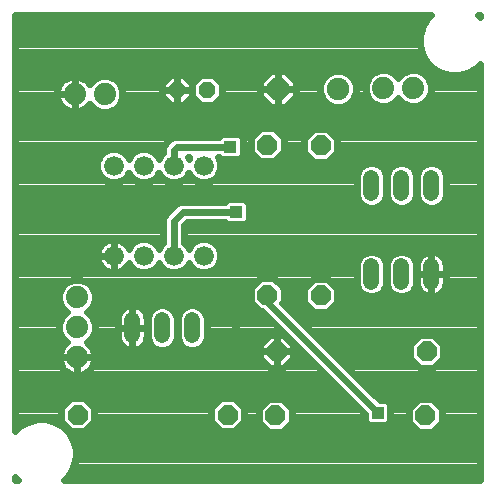
<source format=gtl>
G75*
%MOIN*%
%OFA0B0*%
%FSLAX24Y24*%
%IPPOS*%
%LPD*%
%AMOC8*
5,1,8,0,0,1.08239X$1,22.5*
%
%ADD10C,0.0740*%
%ADD11OC8,0.0660*%
%ADD12C,0.0750*%
%ADD13OC8,0.0750*%
%ADD14OC8,0.0560*%
%ADD15C,0.0660*%
%ADD16C,0.0520*%
%ADD17C,0.0240*%
%ADD18C,0.0396*%
%ADD19R,0.0396X0.0396*%
D10*
X003145Y005015D03*
X003145Y006015D03*
X003145Y007015D03*
X003066Y013791D03*
X004066Y013791D03*
X013361Y013988D03*
X014361Y013988D03*
D11*
X011267Y012082D03*
X009487Y012098D03*
X009487Y007098D03*
X011267Y007082D03*
X009798Y005216D03*
X009759Y003090D03*
X008168Y003106D03*
X003168Y003106D03*
X014759Y003090D03*
X014798Y005216D03*
D12*
X011845Y013964D03*
D13*
X009845Y013964D03*
D14*
X007483Y013917D03*
X006483Y013917D03*
D15*
X006369Y011397D03*
X005369Y011397D03*
X004369Y011397D03*
X004369Y008397D03*
X005369Y008397D03*
X006369Y008397D03*
X007369Y008397D03*
X007369Y011397D03*
D16*
X006987Y006263D02*
X006987Y005743D01*
X005987Y005743D02*
X005987Y006263D01*
X004987Y006263D02*
X004987Y005743D01*
X012960Y007531D02*
X012960Y008051D01*
X013960Y008051D02*
X013960Y007531D01*
X014960Y007531D02*
X014960Y008051D01*
X014960Y010484D02*
X014960Y011004D01*
X013960Y011004D02*
X013960Y010484D01*
X012960Y010484D02*
X012960Y011004D01*
D17*
X001183Y000937D02*
X001094Y000937D01*
X001094Y001027D01*
X001183Y000937D01*
X002720Y000937D02*
X002872Y001089D01*
X003023Y001351D01*
X003102Y001643D01*
X003102Y001946D01*
X003023Y002239D01*
X002872Y002501D01*
X002658Y002715D01*
X002396Y002866D01*
X002103Y002945D01*
X001800Y002945D01*
X001508Y002866D01*
X001246Y002715D01*
X001094Y002563D01*
X001094Y016432D01*
X014963Y016432D01*
X014811Y016280D01*
X014660Y016018D01*
X014581Y015726D01*
X014581Y015423D01*
X014660Y015130D01*
X014811Y014868D01*
X015025Y014654D01*
X015287Y014503D01*
X015580Y014424D01*
X015883Y014424D01*
X016175Y014503D01*
X016437Y014654D01*
X016589Y014806D01*
X016589Y000937D01*
X002720Y000937D01*
X002897Y001132D02*
X016589Y001132D01*
X016589Y001371D02*
X003029Y001371D01*
X003092Y001609D02*
X016589Y001609D01*
X016589Y001848D02*
X003102Y001848D01*
X003064Y002086D02*
X016589Y002086D01*
X016589Y002325D02*
X002973Y002325D01*
X002940Y002556D02*
X003396Y002556D01*
X003718Y002878D01*
X003718Y003334D01*
X003396Y003656D01*
X002940Y003656D01*
X002618Y003334D01*
X002618Y002878D01*
X002940Y002556D01*
X002933Y002563D02*
X002809Y002563D01*
X002694Y002802D02*
X002507Y002802D01*
X002618Y003040D02*
X001094Y003040D01*
X001094Y002802D02*
X001396Y002802D01*
X001094Y002563D02*
X001094Y002563D01*
X001094Y003279D02*
X002618Y003279D01*
X002802Y003517D02*
X001094Y003517D01*
X001094Y003756D02*
X012108Y003756D01*
X012347Y003517D02*
X010109Y003517D01*
X009987Y003640D02*
X010309Y003318D01*
X010309Y002862D01*
X009987Y002540D01*
X009531Y002540D01*
X009209Y002862D01*
X009209Y003318D01*
X009531Y003640D01*
X009987Y003640D01*
X010309Y003279D02*
X012585Y003279D01*
X012754Y003110D02*
X012754Y002884D01*
X012883Y002755D01*
X013461Y002755D01*
X013590Y002884D01*
X013590Y003462D01*
X013461Y003591D01*
X013235Y003591D01*
X009996Y006829D01*
X010037Y006870D01*
X010037Y007326D01*
X009715Y007648D01*
X009259Y007648D01*
X008937Y007326D01*
X008937Y006870D01*
X009259Y006548D01*
X009316Y006548D01*
X012754Y003110D01*
X012754Y003040D02*
X010309Y003040D01*
X010248Y002802D02*
X012836Y002802D01*
X013172Y003173D02*
X009487Y006858D01*
X009487Y007098D01*
X009189Y006618D02*
X007312Y006618D01*
X007259Y006670D02*
X007394Y006535D01*
X007467Y006359D01*
X007467Y005648D01*
X007394Y005472D01*
X007259Y005337D01*
X007083Y005263D01*
X006892Y005263D01*
X006715Y005337D01*
X006580Y005472D01*
X006507Y005648D01*
X006507Y006359D01*
X006580Y006535D01*
X006715Y006670D01*
X006892Y006743D01*
X007083Y006743D01*
X007259Y006670D01*
X007459Y006379D02*
X009485Y006379D01*
X009723Y006141D02*
X007467Y006141D01*
X007467Y005902D02*
X009962Y005902D01*
X010026Y005766D02*
X009798Y005766D01*
X009570Y005766D01*
X009248Y005444D01*
X009248Y005216D01*
X009248Y004988D01*
X009570Y004666D01*
X009798Y004666D01*
X009798Y005216D01*
X009248Y005216D01*
X009798Y005216D01*
X009798Y005216D01*
X009798Y005216D01*
X009798Y004666D01*
X010026Y004666D01*
X010348Y004988D01*
X010348Y005216D01*
X009798Y005216D01*
X009798Y005766D01*
X009798Y005216D01*
X009798Y005216D01*
X009798Y005216D01*
X010348Y005216D01*
X010348Y005444D01*
X010026Y005766D01*
X010128Y005664D02*
X010200Y005664D01*
X010348Y005425D02*
X010439Y005425D01*
X010348Y005187D02*
X010677Y005187D01*
X010916Y004948D02*
X010308Y004948D01*
X010070Y004710D02*
X011154Y004710D01*
X011393Y004471D02*
X003377Y004471D01*
X003371Y004469D02*
X003454Y004511D01*
X003529Y004565D01*
X003595Y004631D01*
X003649Y004706D01*
X003691Y004789D01*
X003720Y004877D01*
X003735Y004969D01*
X003735Y005015D01*
X003145Y005015D01*
X003145Y005015D01*
X003145Y004425D01*
X003191Y004425D01*
X003283Y004440D01*
X003371Y004469D01*
X003145Y004471D02*
X003145Y004471D01*
X003145Y004425D02*
X003145Y005015D01*
X003145Y005015D01*
X003735Y005015D01*
X003735Y005062D01*
X003720Y005153D01*
X003691Y005242D01*
X003649Y005325D01*
X003595Y005400D01*
X003529Y005465D01*
X003467Y005510D01*
X003479Y005515D01*
X003645Y005681D01*
X003735Y005898D01*
X003735Y006133D01*
X003645Y006349D01*
X003479Y006515D01*
X003645Y006681D01*
X003735Y006898D01*
X003735Y007133D01*
X003645Y007349D01*
X003479Y007515D01*
X003262Y007605D01*
X003027Y007605D01*
X002810Y007515D01*
X002644Y007349D01*
X002555Y007133D01*
X002555Y006898D01*
X002644Y006681D01*
X002810Y006515D01*
X002644Y006349D01*
X002555Y006133D01*
X002555Y005898D01*
X002644Y005681D01*
X002810Y005515D01*
X002822Y005510D01*
X002760Y005465D01*
X002695Y005400D01*
X002640Y005325D01*
X002598Y005242D01*
X002569Y005153D01*
X002555Y005062D01*
X002555Y005015D01*
X002555Y004969D01*
X002569Y004877D01*
X002598Y004789D01*
X002640Y004706D01*
X002695Y004631D01*
X002760Y004565D01*
X002835Y004511D01*
X002918Y004469D01*
X003006Y004440D01*
X003098Y004425D01*
X003145Y004425D01*
X002912Y004471D02*
X001094Y004471D01*
X001094Y004233D02*
X011631Y004233D01*
X011870Y003994D02*
X001094Y003994D01*
X001094Y004710D02*
X002638Y004710D01*
X002558Y004948D02*
X001094Y004948D01*
X001094Y005187D02*
X002580Y005187D01*
X002555Y005015D02*
X003145Y005015D01*
X002555Y005015D01*
X002720Y005425D02*
X001094Y005425D01*
X001094Y005664D02*
X002662Y005664D01*
X002555Y005902D02*
X001094Y005902D01*
X001094Y006141D02*
X002558Y006141D01*
X002674Y006379D02*
X001094Y006379D01*
X001094Y006618D02*
X002708Y006618D01*
X002572Y006856D02*
X001094Y006856D01*
X001094Y007095D02*
X002555Y007095D01*
X002638Y007333D02*
X001094Y007333D01*
X001094Y007572D02*
X002947Y007572D01*
X003343Y007572D02*
X009183Y007572D01*
X008945Y007333D02*
X003651Y007333D01*
X003735Y007095D02*
X008937Y007095D01*
X008951Y006856D02*
X003717Y006856D01*
X003582Y006618D02*
X004663Y006618D01*
X004674Y006630D02*
X004621Y006576D01*
X004577Y006515D01*
X004542Y006448D01*
X004519Y006376D01*
X004507Y006301D01*
X004507Y006003D01*
X004507Y005706D01*
X004519Y005631D01*
X004542Y005559D01*
X004577Y005492D01*
X004621Y005431D01*
X004674Y005377D01*
X004736Y005333D01*
X004803Y005299D01*
X004875Y005275D01*
X004949Y005263D01*
X004987Y005263D01*
X004987Y006003D01*
X004987Y006003D01*
X004987Y005263D01*
X005025Y005263D01*
X005099Y005275D01*
X005171Y005299D01*
X005239Y005333D01*
X005300Y005377D01*
X005353Y005431D01*
X005398Y005492D01*
X005432Y005559D01*
X005455Y005631D01*
X005467Y005706D01*
X005467Y006003D01*
X004987Y006003D01*
X004507Y006003D01*
X004987Y006003D01*
X004987Y006003D01*
X004987Y006003D01*
X005467Y006003D01*
X005467Y006301D01*
X005455Y006376D01*
X005432Y006448D01*
X005398Y006515D01*
X005353Y006576D01*
X005300Y006630D01*
X005239Y006674D01*
X005171Y006708D01*
X005099Y006732D01*
X005025Y006743D01*
X004987Y006743D01*
X004949Y006743D01*
X004875Y006732D01*
X004803Y006708D01*
X004736Y006674D01*
X004674Y006630D01*
X004520Y006379D02*
X003615Y006379D01*
X003731Y006141D02*
X004507Y006141D01*
X004507Y005902D02*
X003735Y005902D01*
X003628Y005664D02*
X004514Y005664D01*
X004626Y005425D02*
X003569Y005425D01*
X003709Y005187D02*
X009248Y005187D01*
X009288Y004948D02*
X003731Y004948D01*
X003651Y004710D02*
X009527Y004710D01*
X009798Y004710D02*
X009798Y004710D01*
X009798Y004948D02*
X009798Y004948D01*
X009798Y005187D02*
X009798Y005187D01*
X009798Y005425D02*
X009798Y005425D01*
X009798Y005664D02*
X009798Y005664D01*
X009468Y005664D02*
X007467Y005664D01*
X007348Y005425D02*
X009248Y005425D01*
X010446Y006379D02*
X016589Y006379D01*
X016589Y006141D02*
X010685Y006141D01*
X010923Y005902D02*
X016589Y005902D01*
X016589Y005664D02*
X015128Y005664D01*
X015026Y005766D02*
X014570Y005766D01*
X014248Y005444D01*
X014248Y004988D01*
X014570Y004666D01*
X015026Y004666D01*
X015348Y004988D01*
X015348Y005444D01*
X015026Y005766D01*
X015348Y005425D02*
X016589Y005425D01*
X016589Y005187D02*
X015348Y005187D01*
X015308Y004948D02*
X016589Y004948D01*
X016589Y004710D02*
X015070Y004710D01*
X014527Y004710D02*
X012116Y004710D01*
X011877Y004948D02*
X014288Y004948D01*
X014248Y005187D02*
X011639Y005187D01*
X011400Y005425D02*
X014248Y005425D01*
X014468Y005664D02*
X011162Y005664D01*
X011039Y006532D02*
X011494Y006532D01*
X011817Y006854D01*
X011817Y007310D01*
X011494Y007632D01*
X011039Y007632D01*
X010717Y007310D01*
X010717Y006854D01*
X011039Y006532D01*
X010953Y006618D02*
X010208Y006618D01*
X010023Y006856D02*
X010717Y006856D01*
X010717Y007095D02*
X010037Y007095D01*
X010029Y007333D02*
X010740Y007333D01*
X010978Y007572D02*
X009791Y007572D01*
X011555Y007572D02*
X012480Y007572D01*
X012480Y007435D02*
X012553Y007259D01*
X012688Y007124D01*
X012864Y007051D01*
X013055Y007051D01*
X013231Y007124D01*
X013366Y007259D01*
X013440Y007435D01*
X013440Y008146D01*
X013366Y008323D01*
X013231Y008458D01*
X013055Y008531D01*
X012864Y008531D01*
X012688Y008458D01*
X012553Y008323D01*
X012480Y008146D01*
X012480Y007435D01*
X012522Y007333D02*
X011793Y007333D01*
X011817Y007095D02*
X012758Y007095D01*
X013161Y007095D02*
X013758Y007095D01*
X013688Y007124D02*
X013553Y007259D01*
X013480Y007435D01*
X013480Y008146D01*
X013553Y008323D01*
X013688Y008458D01*
X013864Y008531D01*
X014055Y008531D01*
X014231Y008458D01*
X014366Y008323D01*
X014440Y008146D01*
X014440Y007435D01*
X014366Y007259D01*
X014231Y007124D01*
X014055Y007051D01*
X013864Y007051D01*
X013688Y007124D01*
X013522Y007333D02*
X013397Y007333D01*
X013440Y007572D02*
X013480Y007572D01*
X013480Y007810D02*
X013440Y007810D01*
X013440Y008049D02*
X013480Y008049D01*
X013538Y008287D02*
X013381Y008287D01*
X013067Y008526D02*
X013852Y008526D01*
X014067Y008526D02*
X014890Y008526D01*
X014922Y008531D02*
X014847Y008519D01*
X014775Y008496D01*
X014708Y008461D01*
X014647Y008417D01*
X014593Y008364D01*
X014549Y008302D01*
X014515Y008235D01*
X014491Y008163D01*
X014480Y008089D01*
X014480Y007791D01*
X014960Y007791D01*
X015440Y007791D01*
X015440Y008089D01*
X015428Y008163D01*
X015404Y008235D01*
X015370Y008302D01*
X015326Y008364D01*
X015272Y008417D01*
X015211Y008461D01*
X015144Y008496D01*
X015072Y008519D01*
X014997Y008531D01*
X014960Y008531D01*
X014960Y007791D01*
X014960Y007791D01*
X015440Y007791D01*
X015440Y007493D01*
X015428Y007418D01*
X015404Y007347D01*
X015370Y007279D01*
X015326Y007218D01*
X015272Y007165D01*
X015211Y007120D01*
X015144Y007086D01*
X015072Y007063D01*
X014997Y007051D01*
X014960Y007051D01*
X014960Y007791D01*
X014960Y007791D01*
X014960Y007791D01*
X014960Y008531D01*
X014922Y008531D01*
X014960Y008526D02*
X014960Y008526D01*
X015029Y008526D02*
X016589Y008526D01*
X016589Y008764D02*
X007780Y008764D01*
X007835Y008709D02*
X007681Y008863D01*
X007478Y008947D01*
X007260Y008947D01*
X007057Y008863D01*
X006903Y008709D01*
X006869Y008627D01*
X006835Y008709D01*
X006709Y008835D01*
X006709Y009418D01*
X006817Y009526D01*
X008080Y009526D01*
X008158Y009448D01*
X008737Y009448D01*
X008866Y009576D01*
X008866Y010155D01*
X008737Y010284D01*
X008158Y010284D01*
X008080Y010206D01*
X006608Y010206D01*
X006483Y010154D01*
X006388Y010058D01*
X006081Y009751D01*
X006029Y009626D01*
X006029Y008835D01*
X005903Y008709D01*
X005869Y008627D01*
X005835Y008709D01*
X005681Y008863D01*
X005478Y008947D01*
X005260Y008947D01*
X005057Y008863D01*
X004903Y008709D01*
X004869Y008627D01*
X004839Y008685D01*
X004788Y008755D01*
X004727Y008817D01*
X004657Y008868D01*
X004580Y008907D01*
X004498Y008934D01*
X004412Y008947D01*
X004369Y008947D01*
X004369Y008397D01*
X004369Y007847D01*
X004412Y007847D01*
X004498Y007861D01*
X004580Y007887D01*
X004657Y007927D01*
X004727Y007978D01*
X004788Y008039D01*
X004839Y008109D01*
X004869Y008167D01*
X004903Y008086D01*
X005057Y007931D01*
X005260Y007847D01*
X005478Y007847D01*
X005681Y007931D01*
X005835Y008086D01*
X005869Y008167D01*
X005903Y008086D01*
X006057Y007931D01*
X006260Y007847D01*
X006478Y007847D01*
X006681Y007931D01*
X006835Y008086D01*
X006869Y008167D01*
X006903Y008086D01*
X007057Y007931D01*
X007260Y007847D01*
X007478Y007847D01*
X007681Y007931D01*
X007835Y008086D01*
X007919Y008288D01*
X007919Y008507D01*
X007835Y008709D01*
X007911Y008526D02*
X012852Y008526D01*
X012538Y008287D02*
X007919Y008287D01*
X007798Y008049D02*
X012480Y008049D01*
X012480Y007810D02*
X001094Y007810D01*
X001094Y008049D02*
X003942Y008049D01*
X003949Y008039D02*
X004011Y007978D01*
X004081Y007927D01*
X004158Y007887D01*
X004240Y007861D01*
X004326Y007847D01*
X004369Y007847D01*
X004369Y008397D01*
X004369Y008397D01*
X003819Y008397D01*
X003819Y008354D01*
X003833Y008268D01*
X003859Y008186D01*
X003899Y008109D01*
X003949Y008039D01*
X003830Y008287D02*
X001094Y008287D01*
X001094Y008526D02*
X003833Y008526D01*
X003819Y008440D01*
X003819Y008397D01*
X004369Y008397D01*
X004369Y008397D01*
X004369Y008397D01*
X004369Y008947D01*
X004326Y008947D01*
X004240Y008934D01*
X004158Y008907D01*
X004081Y008868D01*
X004011Y008817D01*
X003949Y008755D01*
X003899Y008685D01*
X003859Y008608D01*
X003833Y008526D01*
X003958Y008764D02*
X001094Y008764D01*
X001094Y009003D02*
X006029Y009003D01*
X005958Y008764D02*
X005780Y008764D01*
X006029Y009241D02*
X001094Y009241D01*
X001094Y009480D02*
X006029Y009480D01*
X006067Y009718D02*
X001094Y009718D01*
X001094Y009957D02*
X006286Y009957D01*
X006584Y010195D02*
X001094Y010195D01*
X001094Y010434D02*
X012480Y010434D01*
X012480Y010388D02*
X012553Y010212D01*
X012688Y010077D01*
X012864Y010004D01*
X013055Y010004D01*
X013231Y010077D01*
X013366Y010212D01*
X013440Y010388D01*
X013440Y011099D01*
X013366Y011276D01*
X013231Y011411D01*
X013055Y011484D01*
X012864Y011484D01*
X012688Y011411D01*
X012553Y011276D01*
X012480Y011099D01*
X012480Y010388D01*
X012569Y010195D02*
X008825Y010195D01*
X008866Y009957D02*
X016589Y009957D01*
X016589Y010195D02*
X015350Y010195D01*
X015366Y010212D02*
X015440Y010388D01*
X015440Y011099D01*
X015366Y011276D01*
X015231Y011411D01*
X015055Y011484D01*
X014864Y011484D01*
X014688Y011411D01*
X014553Y011276D01*
X014480Y011099D01*
X014480Y010388D01*
X014553Y010212D01*
X014688Y010077D01*
X014864Y010004D01*
X015055Y010004D01*
X015231Y010077D01*
X015366Y010212D01*
X015440Y010434D02*
X016589Y010434D01*
X016589Y010672D02*
X015440Y010672D01*
X015440Y010911D02*
X016589Y010911D01*
X016589Y011149D02*
X015419Y011149D01*
X015254Y011388D02*
X016589Y011388D01*
X016589Y011626D02*
X011589Y011626D01*
X011494Y011532D02*
X011817Y011854D01*
X011817Y012310D01*
X011494Y012632D01*
X011039Y012632D01*
X010717Y012310D01*
X010717Y011854D01*
X011039Y011532D01*
X011494Y011532D01*
X011817Y011865D02*
X016589Y011865D01*
X016589Y012103D02*
X011817Y012103D01*
X011785Y012342D02*
X016589Y012342D01*
X016589Y012580D02*
X011546Y012580D01*
X010987Y012580D02*
X009782Y012580D01*
X009715Y012648D02*
X009259Y012648D01*
X008937Y012326D01*
X008937Y011870D01*
X009259Y011548D01*
X009715Y011548D01*
X010037Y011870D01*
X010037Y012326D01*
X009715Y012648D01*
X010021Y012342D02*
X010748Y012342D01*
X010717Y012103D02*
X010037Y012103D01*
X010032Y011865D02*
X010717Y011865D01*
X010945Y011626D02*
X009793Y011626D01*
X009181Y011626D02*
X008554Y011626D01*
X008540Y011613D02*
X008669Y011742D01*
X008669Y012320D01*
X008540Y012449D01*
X007962Y012449D01*
X007884Y012371D01*
X006412Y012371D01*
X006287Y012319D01*
X006191Y012224D01*
X006081Y012113D01*
X006029Y011988D01*
X006029Y011835D01*
X005903Y011709D01*
X005869Y011627D01*
X005835Y011709D01*
X005681Y011863D01*
X005478Y011947D01*
X005260Y011947D01*
X005057Y011863D01*
X004903Y011709D01*
X004869Y011627D01*
X004835Y011709D01*
X004681Y011863D01*
X004478Y011947D01*
X004260Y011947D01*
X004057Y011863D01*
X003903Y011709D01*
X003819Y011507D01*
X003819Y011288D01*
X003903Y011086D01*
X004057Y010931D01*
X004260Y010847D01*
X004478Y010847D01*
X004681Y010931D01*
X004835Y011086D01*
X004869Y011167D01*
X004903Y011086D01*
X005057Y010931D01*
X005260Y010847D01*
X005478Y010847D01*
X005681Y010931D01*
X005835Y011086D01*
X005869Y011167D01*
X005903Y011086D01*
X006057Y010931D01*
X006260Y010847D01*
X006478Y010847D01*
X006681Y010931D01*
X006835Y011086D01*
X006869Y011167D01*
X006903Y011086D01*
X007057Y010931D01*
X007260Y010847D01*
X007478Y010847D01*
X007681Y010931D01*
X007835Y011086D01*
X007919Y011288D01*
X007919Y011507D01*
X007843Y011691D01*
X007884Y011691D01*
X007962Y011613D01*
X008540Y011613D01*
X008669Y011865D02*
X008942Y011865D01*
X008937Y012103D02*
X008669Y012103D01*
X008647Y012342D02*
X008953Y012342D01*
X009192Y012580D02*
X001094Y012580D01*
X001094Y012342D02*
X006341Y012342D01*
X006479Y012031D02*
X008251Y012031D01*
X007948Y011626D02*
X007869Y011626D01*
X007919Y011388D02*
X012665Y011388D01*
X012500Y011149D02*
X007862Y011149D01*
X007632Y010911D02*
X012480Y010911D01*
X012480Y010672D02*
X001094Y010672D01*
X001094Y010911D02*
X004106Y010911D01*
X003876Y011149D02*
X001094Y011149D01*
X001094Y011388D02*
X003819Y011388D01*
X003869Y011626D02*
X001094Y011626D01*
X001094Y011865D02*
X004061Y011865D01*
X004677Y011865D02*
X005061Y011865D01*
X005677Y011865D02*
X006029Y011865D01*
X006077Y012103D02*
X001094Y012103D01*
X001094Y012819D02*
X016589Y012819D01*
X016589Y013057D02*
X001094Y013057D01*
X001094Y013296D02*
X002743Y013296D01*
X002757Y013286D02*
X002839Y013244D01*
X002928Y013215D01*
X003019Y013201D01*
X003066Y013201D01*
X003112Y013201D01*
X003204Y013215D01*
X003292Y013244D01*
X003375Y013286D01*
X003450Y013341D01*
X003516Y013407D01*
X003561Y013468D01*
X003566Y013457D01*
X003732Y013291D01*
X003948Y013201D01*
X004183Y013201D01*
X004400Y013291D01*
X004566Y013457D01*
X004656Y013674D01*
X004656Y013908D01*
X004566Y014125D01*
X004400Y014291D01*
X004183Y014381D01*
X003948Y014381D01*
X003732Y014291D01*
X003566Y014125D01*
X003561Y014113D01*
X003516Y014175D01*
X003450Y014241D01*
X003375Y014295D01*
X003292Y014338D01*
X003204Y014366D01*
X003112Y014381D01*
X003066Y014381D01*
X003066Y013791D01*
X003066Y013791D01*
X003066Y014381D01*
X003019Y014381D01*
X002928Y014366D01*
X002839Y014338D01*
X002757Y014295D01*
X002681Y014241D01*
X002616Y014175D01*
X002561Y014100D01*
X002519Y014017D01*
X002490Y013929D01*
X002476Y013837D01*
X002476Y013791D01*
X003066Y013791D01*
X003066Y013201D01*
X003066Y013791D01*
X003066Y013791D01*
X003066Y013791D01*
X002476Y013791D01*
X002476Y013744D01*
X002490Y013653D01*
X002519Y013564D01*
X002561Y013482D01*
X002616Y013407D01*
X002681Y013341D01*
X002757Y013286D01*
X002534Y013534D02*
X001094Y013534D01*
X001094Y013773D02*
X002476Y013773D01*
X002517Y014011D02*
X001094Y014011D01*
X001094Y014250D02*
X002694Y014250D01*
X003066Y014250D02*
X003066Y014250D01*
X003066Y014011D02*
X003066Y014011D01*
X003066Y013773D02*
X003066Y013773D01*
X003066Y013534D02*
X003066Y013534D01*
X003066Y013296D02*
X003066Y013296D01*
X003388Y013296D02*
X003726Y013296D01*
X004405Y013296D02*
X016589Y013296D01*
X016589Y013534D02*
X014742Y013534D01*
X014695Y013488D02*
X014861Y013654D01*
X014951Y013870D01*
X014951Y014105D01*
X014861Y014322D01*
X014695Y014488D01*
X014478Y014578D01*
X014244Y014578D01*
X014027Y014488D01*
X013861Y014322D01*
X013695Y014488D01*
X013478Y014578D01*
X013244Y014578D01*
X013027Y014488D01*
X012861Y014322D01*
X012771Y014105D01*
X012771Y013870D01*
X012861Y013654D01*
X013027Y013488D01*
X013244Y013398D01*
X013478Y013398D01*
X013695Y013488D01*
X013861Y013653D01*
X014027Y013488D01*
X014244Y013398D01*
X014478Y013398D01*
X014695Y013488D01*
X014911Y013773D02*
X016589Y013773D01*
X016589Y014011D02*
X014951Y014011D01*
X014891Y014250D02*
X016589Y014250D01*
X016589Y014488D02*
X016121Y014488D01*
X016510Y014727D02*
X016589Y014727D01*
X015341Y014488D02*
X014694Y014488D01*
X014952Y014727D02*
X001094Y014727D01*
X001094Y014488D02*
X009528Y014488D01*
X009599Y014559D02*
X009250Y014211D01*
X009250Y013964D01*
X009250Y013718D01*
X009599Y013369D01*
X009845Y013369D01*
X009845Y013964D01*
X009250Y013964D01*
X009845Y013964D01*
X009845Y013964D01*
X009845Y013964D01*
X009845Y014559D01*
X009599Y014559D01*
X009845Y014559D02*
X010092Y014559D01*
X010440Y014211D01*
X010440Y013964D01*
X009845Y013964D01*
X009845Y013964D01*
X009845Y013369D01*
X010092Y013369D01*
X010440Y013718D01*
X010440Y013964D01*
X009845Y013964D01*
X009845Y014559D01*
X009845Y014488D02*
X009845Y014488D01*
X009845Y014250D02*
X009845Y014250D01*
X009845Y014011D02*
X009845Y014011D01*
X009845Y013964D02*
X009845Y013964D01*
X009845Y013773D02*
X009845Y013773D01*
X009845Y013534D02*
X009845Y013534D01*
X009434Y013534D02*
X007808Y013534D01*
X007690Y013417D02*
X007983Y013710D01*
X007983Y014124D01*
X007690Y014417D01*
X007276Y014417D01*
X006983Y014124D01*
X006690Y014417D01*
X006483Y014417D01*
X006276Y014417D01*
X005983Y014124D01*
X005983Y013917D01*
X006483Y013917D01*
X006483Y014417D01*
X006483Y013917D01*
X006483Y013917D01*
X006483Y013917D01*
X005983Y013917D01*
X005983Y013710D01*
X006276Y013417D01*
X006483Y013417D01*
X006483Y013917D01*
X006483Y013917D01*
X006983Y013917D01*
X006983Y014124D01*
X006983Y013710D01*
X006983Y013917D01*
X006483Y013917D01*
X006483Y013917D01*
X006483Y013417D01*
X006690Y013417D01*
X006983Y013710D01*
X007276Y013417D01*
X007690Y013417D01*
X007983Y013773D02*
X009250Y013773D01*
X009250Y014011D02*
X007983Y014011D01*
X007857Y014250D02*
X009290Y014250D01*
X010163Y014488D02*
X011556Y014488D01*
X011508Y014469D02*
X011341Y014301D01*
X011250Y014082D01*
X011250Y013846D01*
X011341Y013627D01*
X011508Y013460D01*
X011727Y013369D01*
X011964Y013369D01*
X012182Y013460D01*
X012350Y013627D01*
X012440Y013846D01*
X012440Y014082D01*
X012350Y014301D01*
X012182Y014469D01*
X011964Y014559D01*
X011727Y014559D01*
X011508Y014469D01*
X011320Y014250D02*
X010401Y014250D01*
X010440Y014011D02*
X011250Y014011D01*
X011281Y013773D02*
X010440Y013773D01*
X010257Y013534D02*
X011434Y013534D01*
X012257Y013534D02*
X012980Y013534D01*
X012811Y013773D02*
X012410Y013773D01*
X012440Y014011D02*
X012771Y014011D01*
X012831Y014250D02*
X012371Y014250D01*
X012134Y014488D02*
X013028Y014488D01*
X013694Y014488D02*
X014028Y014488D01*
X014755Y014965D02*
X001094Y014965D01*
X001094Y015204D02*
X014640Y015204D01*
X014581Y015442D02*
X001094Y015442D01*
X001094Y015681D02*
X014581Y015681D01*
X014633Y015919D02*
X001094Y015919D01*
X001094Y016158D02*
X014740Y016158D01*
X014927Y016396D02*
X001094Y016396D01*
X003438Y014250D02*
X003690Y014250D01*
X004441Y014250D02*
X006109Y014250D01*
X005983Y014011D02*
X004613Y014011D01*
X004656Y013773D02*
X005983Y013773D01*
X006159Y013534D02*
X004598Y013534D01*
X006369Y011921D02*
X006479Y012031D01*
X006369Y011921D02*
X006369Y011397D01*
X005876Y011149D02*
X005862Y011149D01*
X005632Y010911D02*
X006106Y010911D01*
X006632Y010911D02*
X007106Y010911D01*
X006876Y011149D02*
X006862Y011149D01*
X006869Y011627D02*
X006895Y011691D01*
X006843Y011691D01*
X006869Y011627D01*
X006676Y009866D02*
X008448Y009866D01*
X008769Y009480D02*
X016589Y009480D01*
X016589Y009718D02*
X008866Y009718D01*
X008126Y009480D02*
X006771Y009480D01*
X006709Y009241D02*
X016589Y009241D01*
X016589Y009003D02*
X006709Y009003D01*
X006780Y008764D02*
X006958Y008764D01*
X006369Y008397D02*
X006369Y009559D01*
X006676Y009866D01*
X005106Y010911D02*
X004632Y010911D01*
X004862Y011149D02*
X004876Y011149D01*
X006483Y013534D02*
X006483Y013534D01*
X006483Y013773D02*
X006483Y013773D01*
X006483Y014011D02*
X006483Y014011D01*
X006483Y014250D02*
X006483Y014250D01*
X006857Y014250D02*
X007109Y014250D01*
X006983Y014011D02*
X006983Y014011D01*
X006983Y013773D02*
X006983Y013773D01*
X006808Y013534D02*
X007159Y013534D01*
X004958Y008764D02*
X004780Y008764D01*
X004369Y008764D02*
X004369Y008764D01*
X004369Y008526D02*
X004369Y008526D01*
X004369Y008287D02*
X004369Y008287D01*
X004369Y008049D02*
X004369Y008049D01*
X004796Y008049D02*
X004939Y008049D01*
X005798Y008049D02*
X005939Y008049D01*
X006798Y008049D02*
X006939Y008049D01*
X006663Y006618D02*
X006312Y006618D01*
X006259Y006670D02*
X006083Y006743D01*
X005892Y006743D01*
X005715Y006670D01*
X005580Y006535D01*
X005507Y006359D01*
X005507Y005648D01*
X005580Y005472D01*
X005715Y005337D01*
X005892Y005263D01*
X006083Y005263D01*
X006259Y005337D01*
X006394Y005472D01*
X006467Y005648D01*
X006467Y006359D01*
X006394Y006535D01*
X006259Y006670D01*
X006459Y006379D02*
X006516Y006379D01*
X006507Y006141D02*
X006467Y006141D01*
X006467Y005902D02*
X006507Y005902D01*
X006507Y005664D02*
X006467Y005664D01*
X006348Y005425D02*
X006626Y005425D01*
X005626Y005425D02*
X005348Y005425D01*
X005460Y005664D02*
X005507Y005664D01*
X005507Y005902D02*
X005467Y005902D01*
X005467Y006141D02*
X005507Y006141D01*
X005516Y006379D02*
X005454Y006379D01*
X005312Y006618D02*
X005663Y006618D01*
X004987Y006618D02*
X004987Y006618D01*
X004987Y006743D02*
X004987Y006003D01*
X004987Y006003D01*
X004987Y006743D01*
X004987Y006379D02*
X004987Y006379D01*
X004987Y006141D02*
X004987Y006141D01*
X004987Y005902D02*
X004987Y005902D01*
X004987Y005664D02*
X004987Y005664D01*
X004987Y005425D02*
X004987Y005425D01*
X003145Y005015D02*
X003145Y005015D01*
X003145Y004948D02*
X003145Y004948D01*
X003145Y004710D02*
X003145Y004710D01*
X003534Y003517D02*
X007802Y003517D01*
X007940Y003656D02*
X007618Y003334D01*
X007618Y002878D01*
X007940Y002556D01*
X008396Y002556D01*
X008718Y002878D01*
X008718Y003334D01*
X008396Y003656D01*
X007940Y003656D01*
X007618Y003279D02*
X003718Y003279D01*
X003718Y003040D02*
X007618Y003040D01*
X007694Y002802D02*
X003642Y002802D01*
X003404Y002563D02*
X007933Y002563D01*
X008404Y002563D02*
X009508Y002563D01*
X009269Y002802D02*
X008642Y002802D01*
X008718Y003040D02*
X009209Y003040D01*
X009209Y003279D02*
X008718Y003279D01*
X008534Y003517D02*
X009408Y003517D01*
X010010Y002563D02*
X014508Y002563D01*
X014531Y002540D02*
X014987Y002540D01*
X015309Y002862D01*
X015309Y003318D01*
X014987Y003640D01*
X014531Y003640D01*
X014209Y003318D01*
X014209Y002862D01*
X014531Y002540D01*
X014269Y002802D02*
X013509Y002802D01*
X013590Y003040D02*
X014209Y003040D01*
X014209Y003279D02*
X013590Y003279D01*
X013535Y003517D02*
X014408Y003517D01*
X015109Y003517D02*
X016589Y003517D01*
X016589Y003756D02*
X013070Y003756D01*
X012831Y003994D02*
X016589Y003994D01*
X016589Y004233D02*
X012593Y004233D01*
X012354Y004471D02*
X016589Y004471D01*
X016589Y003279D02*
X015309Y003279D01*
X015309Y003040D02*
X016589Y003040D01*
X016589Y002802D02*
X015248Y002802D01*
X015010Y002563D02*
X016589Y002563D01*
X016589Y006618D02*
X011580Y006618D01*
X011817Y006856D02*
X016589Y006856D01*
X016589Y007095D02*
X015161Y007095D01*
X014960Y007095D02*
X014960Y007095D01*
X014960Y007051D02*
X014960Y007791D01*
X014960Y007791D01*
X014480Y007791D01*
X014480Y007493D01*
X014491Y007418D01*
X014515Y007347D01*
X014549Y007279D01*
X014593Y007218D01*
X014647Y007165D01*
X014708Y007120D01*
X014775Y007086D01*
X014847Y007063D01*
X014922Y007051D01*
X014960Y007051D01*
X014758Y007095D02*
X014161Y007095D01*
X014397Y007333D02*
X014521Y007333D01*
X014480Y007572D02*
X014440Y007572D01*
X014440Y007810D02*
X014480Y007810D01*
X014480Y008049D02*
X014440Y008049D01*
X014381Y008287D02*
X014541Y008287D01*
X014960Y008287D02*
X014960Y008287D01*
X014960Y008049D02*
X014960Y008049D01*
X014960Y007810D02*
X014960Y007810D01*
X014960Y007572D02*
X014960Y007572D01*
X014960Y007333D02*
X014960Y007333D01*
X015398Y007333D02*
X016589Y007333D01*
X016589Y007572D02*
X015440Y007572D01*
X015440Y007810D02*
X016589Y007810D01*
X016589Y008049D02*
X015440Y008049D01*
X015378Y008287D02*
X016589Y008287D01*
X014569Y010195D02*
X014350Y010195D01*
X014366Y010212D02*
X014231Y010077D01*
X014055Y010004D01*
X013864Y010004D01*
X013688Y010077D01*
X013553Y010212D01*
X013480Y010388D01*
X013480Y011099D01*
X013553Y011276D01*
X013688Y011411D01*
X013864Y011484D01*
X014055Y011484D01*
X014231Y011411D01*
X014366Y011276D01*
X014440Y011099D01*
X014440Y010388D01*
X014366Y010212D01*
X014440Y010434D02*
X014480Y010434D01*
X014480Y010672D02*
X014440Y010672D01*
X014440Y010911D02*
X014480Y010911D01*
X014500Y011149D02*
X014419Y011149D01*
X014254Y011388D02*
X014665Y011388D01*
X013665Y011388D02*
X013254Y011388D01*
X013419Y011149D02*
X013500Y011149D01*
X013480Y010911D02*
X013440Y010911D01*
X013440Y010672D02*
X013480Y010672D01*
X013480Y010434D02*
X013440Y010434D01*
X013350Y010195D02*
X013569Y010195D01*
X013742Y013534D02*
X013980Y013534D01*
X016589Y016343D02*
X016499Y016432D01*
X016589Y016432D01*
X016589Y016343D01*
X016589Y016396D02*
X016535Y016396D01*
D18*
X015141Y012425D03*
X008448Y006126D03*
X005495Y012818D03*
D19*
X008251Y012031D03*
X008448Y009866D03*
X013172Y003173D03*
M02*

</source>
